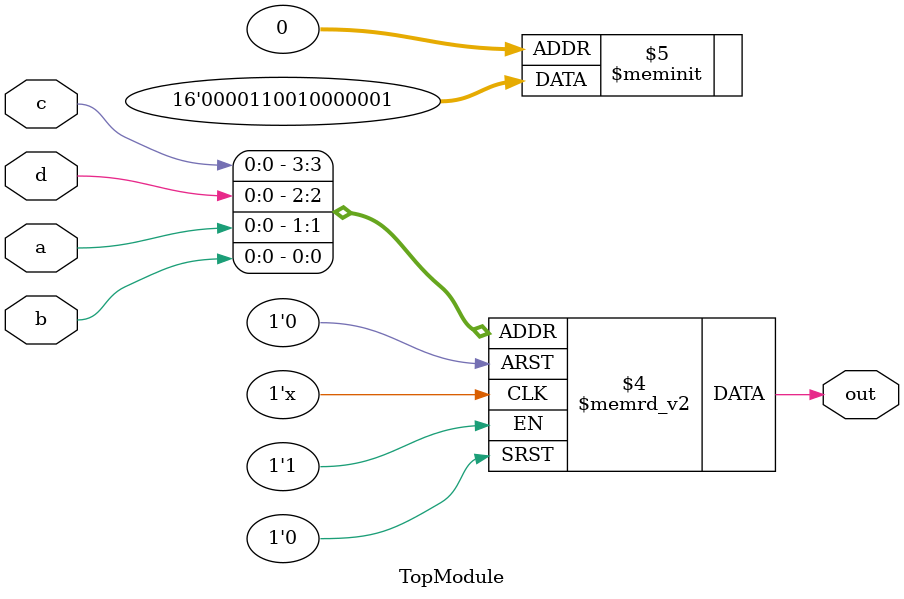
<source format=sv>

module TopModule (
    input a,
    input b,
    input c,
    input d,
    output reg out
);

always @(*) begin
    case ({c, d, a, b})
        4'b0000: out = 1;
        4'b0001: out = 0;
        4'b0010: out = 0;
        4'b0011: out = 0;
        4'b0110: out = 0;
        4'b0111: out = 1;
        4'b1010: out = 1;
        4'b1011: out = 1;
        default: out = 0; // Don't care
    endcase
end

endmodule
</source>
